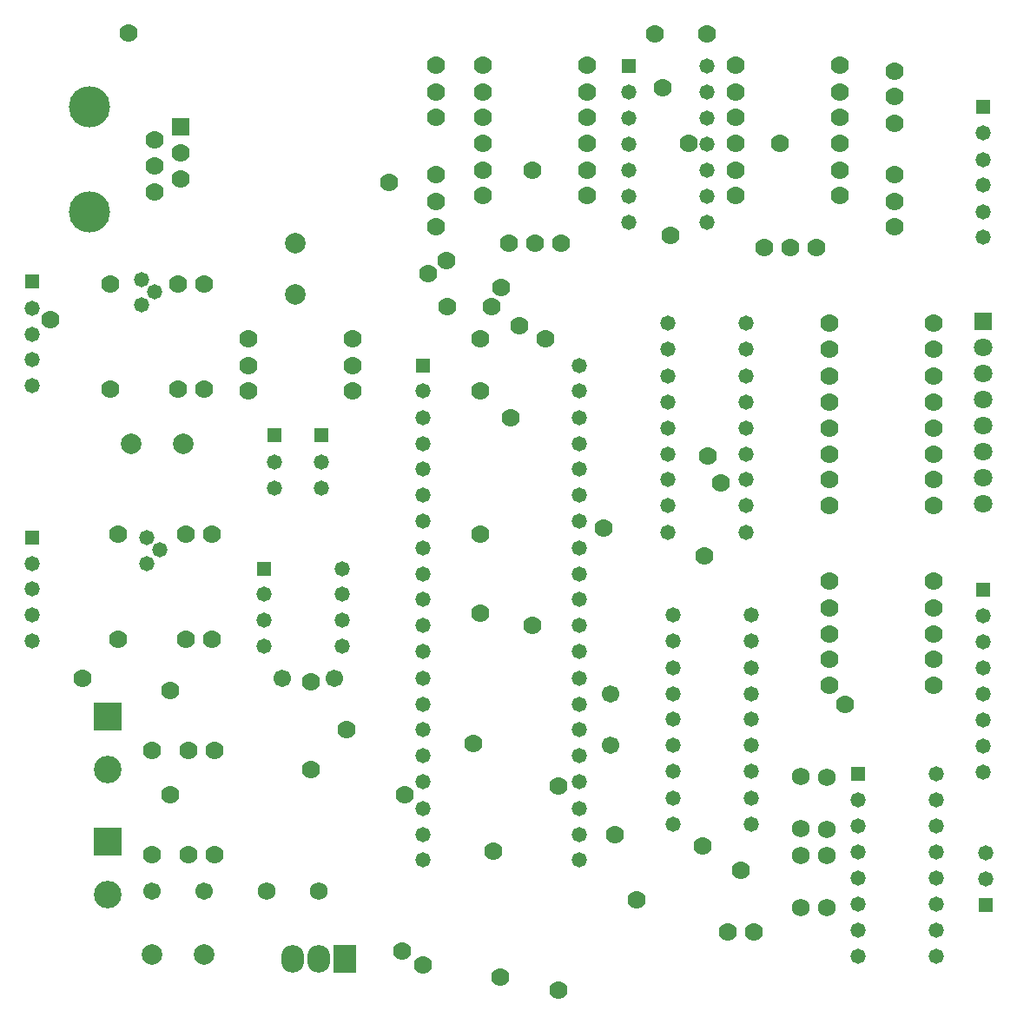
<source format=gbs>
%FSLAX23Y23*%
%MOIN*%
G70*
G01*
G75*
%ADD10C,0.040*%
%ADD11C,0.050*%
%ADD12C,0.060*%
%ADD13C,0.059*%
%ADD14R,0.050X0.050*%
%ADD15C,0.071*%
%ADD16C,0.150*%
%ADD17C,0.062*%
%ADD18R,0.062X0.062*%
%ADD19O,0.079X0.098*%
%ADD20R,0.079X0.098*%
%ADD21R,0.063X0.063*%
%ADD22C,0.063*%
%ADD23C,0.098*%
%ADD24R,0.098X0.098*%
%ADD25C,0.010*%
%ADD26C,0.008*%
%ADD27C,0.012*%
%ADD28C,0.058*%
%ADD29C,0.068*%
%ADD30C,0.067*%
%ADD31R,0.058X0.058*%
%ADD32C,0.079*%
%ADD33C,0.158*%
%ADD34C,0.070*%
%ADD35R,0.070X0.070*%
%ADD36O,0.087X0.106*%
%ADD37R,0.087X0.106*%
%ADD38R,0.071X0.071*%
%ADD39C,0.106*%
%ADD40R,0.106X0.106*%
D15*
X12275Y8117D02*
D03*
Y8017D02*
D03*
Y7917D02*
D03*
Y7817D02*
D03*
Y7717D02*
D03*
Y7617D02*
D03*
Y7517D02*
D03*
D28*
X11065Y7807D02*
D03*
Y7907D02*
D03*
Y8007D02*
D03*
Y8208D02*
D03*
X11365D02*
D03*
Y8108D02*
D03*
Y8007D02*
D03*
Y7907D02*
D03*
Y7807D02*
D03*
X11065Y8108D02*
D03*
Y7407D02*
D03*
X11365D02*
D03*
Y7608D02*
D03*
Y7707D02*
D03*
Y7508D02*
D03*
X11065Y7608D02*
D03*
Y7508D02*
D03*
Y7707D02*
D03*
X8625Y8267D02*
D03*
Y8167D02*
D03*
Y8068D02*
D03*
Y7968D02*
D03*
X9735Y7677D02*
D03*
Y7577D02*
D03*
X12285Y6077D02*
D03*
Y6177D02*
D03*
X12275Y8538D02*
D03*
Y8637D02*
D03*
Y8738D02*
D03*
Y8837D02*
D03*
Y8938D02*
D03*
X8625Y7188D02*
D03*
Y6988D02*
D03*
Y7287D02*
D03*
Y7088D02*
D03*
X9555Y7577D02*
D03*
Y7677D02*
D03*
X10915Y9097D02*
D03*
X10915Y8997D02*
D03*
Y8897D02*
D03*
Y8797D02*
D03*
Y8697D02*
D03*
Y8597D02*
D03*
X11215D02*
D03*
Y8697D02*
D03*
Y8797D02*
D03*
Y8897D02*
D03*
Y8997D02*
D03*
Y9097D02*
D03*
Y9197D02*
D03*
X10725Y7347D02*
D03*
X10125D02*
D03*
X10725Y6347D02*
D03*
Y7548D02*
D03*
Y7448D02*
D03*
Y6747D02*
D03*
Y6847D02*
D03*
X10125Y7948D02*
D03*
X10725Y7648D02*
D03*
X10125Y6948D02*
D03*
X10725Y7148D02*
D03*
Y6948D02*
D03*
Y7048D02*
D03*
X10125Y7148D02*
D03*
X10725Y8047D02*
D03*
Y7948D02*
D03*
X10125Y6448D02*
D03*
Y6548D02*
D03*
X10725Y7847D02*
D03*
Y7747D02*
D03*
X10125Y7548D02*
D03*
Y7648D02*
D03*
Y7847D02*
D03*
Y7747D02*
D03*
Y7247D02*
D03*
Y6847D02*
D03*
Y6148D02*
D03*
X10725D02*
D03*
Y6247D02*
D03*
Y6448D02*
D03*
X10125Y6747D02*
D03*
Y6247D02*
D03*
X10725Y6648D02*
D03*
Y6548D02*
D03*
X10125Y7448D02*
D03*
Y7048D02*
D03*
X10725Y7247D02*
D03*
X11085Y6688D02*
D03*
Y6787D02*
D03*
Y6887D02*
D03*
Y7088D02*
D03*
X11385D02*
D03*
Y6988D02*
D03*
Y6887D02*
D03*
Y6787D02*
D03*
Y6688D02*
D03*
X11085Y6988D02*
D03*
Y6287D02*
D03*
X11385D02*
D03*
Y6387D02*
D03*
X11085D02*
D03*
X9815Y6968D02*
D03*
X9515Y7168D02*
D03*
X9815Y7068D02*
D03*
Y7168D02*
D03*
Y7267D02*
D03*
X9515Y6968D02*
D03*
Y7068D02*
D03*
X12095Y6478D02*
D03*
Y6278D02*
D03*
Y5978D02*
D03*
Y6178D02*
D03*
Y6078D02*
D03*
X11795Y5878D02*
D03*
X12095D02*
D03*
X11795Y5978D02*
D03*
Y6078D02*
D03*
Y6178D02*
D03*
Y6378D02*
D03*
Y6278D02*
D03*
X12095Y6378D02*
D03*
X11795Y5778D02*
D03*
X12095D02*
D03*
X9115Y7338D02*
D03*
X9065Y7387D02*
D03*
Y7287D02*
D03*
X9045Y8278D02*
D03*
Y8377D02*
D03*
X9095Y8328D02*
D03*
X10125Y6648D02*
D03*
X11085Y6588D02*
D03*
X10125Y6347D02*
D03*
X11085Y6488D02*
D03*
X11385D02*
D03*
Y6588D02*
D03*
X12275Y7087D02*
D03*
Y6987D02*
D03*
Y6887D02*
D03*
Y6787D02*
D03*
Y6687D02*
D03*
Y6487D02*
D03*
Y6587D02*
D03*
D29*
X9725Y6028D02*
D03*
X9525Y6028D02*
D03*
X11675Y5967D02*
D03*
X11675Y6167D02*
D03*
X11575Y5967D02*
D03*
X11575Y6167D02*
D03*
X11675Y6267D02*
D03*
X11675Y6467D02*
D03*
X11575Y6468D02*
D03*
X11575Y6268D02*
D03*
D30*
X10845Y6588D02*
D03*
Y6787D02*
D03*
X9785Y6847D02*
D03*
X9585D02*
D03*
X9085Y6028D02*
D03*
X9285D02*
D03*
D31*
X8625Y8368D02*
D03*
X9735Y7778D02*
D03*
X12285Y5977D02*
D03*
X12275Y9038D02*
D03*
X8625Y7387D02*
D03*
X9555Y7778D02*
D03*
X10915Y9197D02*
D03*
X10125Y8047D02*
D03*
X9515Y7267D02*
D03*
X11795Y6478D02*
D03*
X12275Y7187D02*
D03*
D32*
X9205Y7747D02*
D03*
X9005D02*
D03*
X9635Y8318D02*
D03*
Y8517D02*
D03*
X9285Y5787D02*
D03*
X9085D02*
D03*
D33*
X8845Y9038D02*
D03*
Y8637D02*
D03*
D34*
X9095Y8913D02*
D03*
X9195Y8762D02*
D03*
X9095Y8812D02*
D03*
X9195Y8863D02*
D03*
X9095Y8712D02*
D03*
X10755Y9097D02*
D03*
X10355Y9097D02*
D03*
Y8898D02*
D03*
X10755Y8898D02*
D03*
Y8698D02*
D03*
X10355Y8698D02*
D03*
X11725Y8698D02*
D03*
X11325Y8698D02*
D03*
Y8898D02*
D03*
X11725Y8898D02*
D03*
Y9097D02*
D03*
X11325Y9097D02*
D03*
X10355Y9198D02*
D03*
X10755Y9198D02*
D03*
Y8998D02*
D03*
X10355Y8998D02*
D03*
Y8797D02*
D03*
X10755Y8797D02*
D03*
X11325Y8797D02*
D03*
X11725Y8797D02*
D03*
Y8998D02*
D03*
X11325Y8998D02*
D03*
Y9198D02*
D03*
X11725Y9198D02*
D03*
X8955Y7398D02*
D03*
X8955Y6997D02*
D03*
X8925Y8358D02*
D03*
X8925Y7957D02*
D03*
X9455Y8148D02*
D03*
X9855Y8148D02*
D03*
Y7948D02*
D03*
X9455Y7948D02*
D03*
X9215Y7398D02*
D03*
X9215Y6997D02*
D03*
X9185Y7957D02*
D03*
X9185Y8358D02*
D03*
X9225Y6168D02*
D03*
X9225Y6568D02*
D03*
X9315Y6997D02*
D03*
X9315Y7398D02*
D03*
X9285Y8358D02*
D03*
X9285Y7957D02*
D03*
X9455Y8047D02*
D03*
X9855Y8047D02*
D03*
X11685Y7218D02*
D03*
X12085Y7218D02*
D03*
Y7117D02*
D03*
X11685Y7117D02*
D03*
Y7017D02*
D03*
X12085Y7017D02*
D03*
Y6918D02*
D03*
X11685Y6918D02*
D03*
Y6818D02*
D03*
X12085Y6818D02*
D03*
Y8208D02*
D03*
X11685Y8208D02*
D03*
Y8108D02*
D03*
X12085Y8108D02*
D03*
Y8007D02*
D03*
X11685Y8007D02*
D03*
Y7907D02*
D03*
X12085Y7907D02*
D03*
Y7807D02*
D03*
X11685Y7807D02*
D03*
Y7707D02*
D03*
X12085Y7707D02*
D03*
Y7608D02*
D03*
X11685Y7608D02*
D03*
X9325Y6568D02*
D03*
X9325Y6168D02*
D03*
X12085Y7508D02*
D03*
X11685Y7508D02*
D03*
X10455Y8517D02*
D03*
X10555D02*
D03*
X10655Y8517D02*
D03*
X11635Y8498D02*
D03*
X11535Y8498D02*
D03*
X11435D02*
D03*
X11935Y8778D02*
D03*
Y8677D02*
D03*
X11935Y8578D02*
D03*
Y8977D02*
D03*
X11935Y9078D02*
D03*
Y9177D02*
D03*
X9085Y6568D02*
D03*
X9085Y6168D02*
D03*
X11015Y9318D02*
D03*
X11215Y9318D02*
D03*
X10175Y9198D02*
D03*
Y9097D02*
D03*
X10175Y8998D02*
D03*
X10175Y8778D02*
D03*
Y8677D02*
D03*
X10175Y8578D02*
D03*
X10425Y8347D02*
D03*
X11295Y5874D02*
D03*
X10045Y5798D02*
D03*
X11745Y6747D02*
D03*
X10545Y8797D02*
D03*
X9695Y6834D02*
D03*
X11495Y8898D02*
D03*
X8695Y8222D02*
D03*
X10389Y8274D02*
D03*
X10216Y8448D02*
D03*
X10820Y7423D02*
D03*
X11075Y8547D02*
D03*
X10345Y7398D02*
D03*
X11145Y8898D02*
D03*
X10145Y8398D02*
D03*
X10462Y7847D02*
D03*
X10220Y8273D02*
D03*
X10345Y8148D02*
D03*
X10424Y5698D02*
D03*
X11271Y7597D02*
D03*
X11395Y5873D02*
D03*
X10125Y5747D02*
D03*
X10862Y6247D02*
D03*
X11345Y6111D02*
D03*
X11207Y7317D02*
D03*
X11220Y7698D02*
D03*
X10595Y8148D02*
D03*
X10395Y6183D02*
D03*
X10645Y6433D02*
D03*
X9833Y6648D02*
D03*
X11045Y9113D02*
D03*
X10320Y6597D02*
D03*
X10645Y5648D02*
D03*
X11201Y6203D02*
D03*
X10945Y5997D02*
D03*
X10345Y7097D02*
D03*
Y7948D02*
D03*
X9995Y8748D02*
D03*
X9695Y6497D02*
D03*
X8820Y6847D02*
D03*
X9155Y6798D02*
D03*
Y6398D02*
D03*
X10056D02*
D03*
X10495Y8198D02*
D03*
X10545Y7048D02*
D03*
X8995Y9323D02*
D03*
D35*
X9195Y8962D02*
D03*
D36*
X9625Y5768D02*
D03*
X9725D02*
D03*
D37*
X9825D02*
D03*
D38*
X12275Y8217D02*
D03*
D39*
X8915Y6497D02*
D03*
Y6017D02*
D03*
D40*
X8915Y6698D02*
D03*
Y6218D02*
D03*
M02*

</source>
